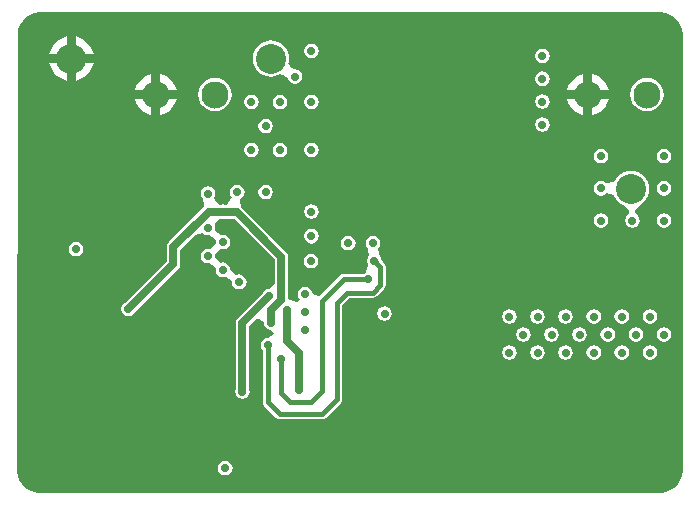
<source format=gbl>
G04*
G04 #@! TF.GenerationSoftware,Altium Limited,Altium Designer,21.2.2 (38)*
G04*
G04 Layer_Physical_Order=4*
G04 Layer_Color=16711680*
%FSLAX25Y25*%
%MOIN*%
G70*
G04*
G04 #@! TF.SameCoordinates,00FE7A0C-3AD2-496B-9420-9E862BC3E7C8*
G04*
G04*
G04 #@! TF.FilePolarity,Positive*
G04*
G01*
G75*
%ADD42C,0.02500*%
%ADD44C,0.01500*%
%ADD45C,0.10000*%
%ADD46C,0.09055*%
%ADD47C,0.02800*%
G36*
X572157Y489655D02*
X573606Y489055D01*
X574910Y488184D01*
X576019Y487075D01*
X576890Y485771D01*
X577490Y484322D01*
X577796Y482784D01*
Y482000D01*
X577796Y337643D01*
Y336859D01*
X577490Y335321D01*
X576890Y333872D01*
X576019Y332568D01*
X574910Y331460D01*
X573606Y330588D01*
X572157Y329988D01*
X570619Y329682D01*
X569835D01*
X382001Y329682D01*
X362916D01*
X361378Y329988D01*
X359929Y330588D01*
X358625Y331459D01*
X357516Y332568D01*
X356645Y333872D01*
X356045Y335321D01*
X355739Y336859D01*
Y337639D01*
X356039Y479996D01*
X356039Y479998D01*
X356039Y480000D01*
Y482000D01*
X356039Y482784D01*
X356345Y484322D01*
X356945Y485771D01*
X357816Y487075D01*
X358925Y488184D01*
X360229Y489055D01*
X361678Y489655D01*
X363216Y489961D01*
X364000Y489961D01*
X569835Y489961D01*
X570619D01*
X572157Y489655D01*
D02*
G37*
%LPC*%
G36*
X375500Y481882D02*
Y476000D01*
X381382D01*
X380963Y477384D01*
X380266Y478687D01*
X379329Y479829D01*
X378187Y480766D01*
X376884Y481463D01*
X375500Y481882D01*
D02*
G37*
G36*
X372500D02*
X371116Y481463D01*
X369813Y480766D01*
X368671Y479829D01*
X367734Y478687D01*
X367037Y477384D01*
X366617Y476000D01*
X372500D01*
Y481882D01*
D02*
G37*
G36*
X454000Y479447D02*
X453064Y479261D01*
X452270Y478730D01*
X451739Y477936D01*
X451553Y477000D01*
X451739Y476064D01*
X452270Y475270D01*
X453064Y474739D01*
X454000Y474553D01*
X454936Y474739D01*
X455730Y475270D01*
X456261Y476064D01*
X456447Y477000D01*
X456261Y477936D01*
X455730Y478730D01*
X454936Y479261D01*
X454000Y479447D01*
D02*
G37*
G36*
X531000Y477822D02*
X530064Y477636D01*
X529270Y477105D01*
X528739Y476311D01*
X528553Y475375D01*
X528739Y474439D01*
X529270Y473645D01*
X530064Y473114D01*
X531000Y472928D01*
X531936Y473114D01*
X532730Y473645D01*
X533261Y474439D01*
X533447Y475375D01*
X533261Y476311D01*
X532730Y477105D01*
X531936Y477636D01*
X531000Y477822D01*
D02*
G37*
G36*
X381382Y473000D02*
X375500D01*
Y467118D01*
X376884Y467537D01*
X378187Y468234D01*
X379329Y469171D01*
X380266Y470313D01*
X380963Y471616D01*
X381382Y473000D01*
D02*
G37*
G36*
X372500D02*
X366617D01*
X367037Y471616D01*
X367734Y470313D01*
X368671Y469171D01*
X369813Y468234D01*
X371116Y467537D01*
X372500Y467118D01*
Y473000D01*
D02*
G37*
G36*
X440500Y480529D02*
X439324Y480413D01*
X438193Y480070D01*
X437150Y479513D01*
X436237Y478763D01*
X435487Y477849D01*
X434930Y476807D01*
X434587Y475676D01*
X434471Y474500D01*
X434587Y473324D01*
X434930Y472193D01*
X435487Y471150D01*
X436237Y470237D01*
X437150Y469487D01*
X438193Y468930D01*
X439324Y468587D01*
X440500Y468471D01*
X441676Y468587D01*
X442807Y468930D01*
X443683Y469398D01*
X444683Y469038D01*
X446128Y468123D01*
X446239Y467564D01*
X446770Y466770D01*
X447564Y466239D01*
X448500Y466053D01*
X449436Y466239D01*
X450230Y466770D01*
X450761Y467564D01*
X450947Y468500D01*
X450761Y469436D01*
X450230Y470230D01*
X449436Y470761D01*
X448500Y470947D01*
X448208Y470889D01*
X447437Y471359D01*
X446778Y472037D01*
X446272Y472859D01*
X446413Y473324D01*
X446529Y474500D01*
X446413Y475676D01*
X446070Y476807D01*
X445513Y477849D01*
X444763Y478763D01*
X443850Y479513D01*
X442807Y480070D01*
X441676Y480413D01*
X440500Y480529D01*
D02*
G37*
G36*
X531000Y470197D02*
X530064Y470011D01*
X529270Y469480D01*
X528739Y468686D01*
X528553Y467750D01*
X528739Y466814D01*
X529270Y466020D01*
X530064Y465489D01*
X531000Y465303D01*
X531936Y465489D01*
X532730Y466020D01*
X533261Y466814D01*
X533447Y467750D01*
X533261Y468686D01*
X532730Y469480D01*
X531936Y470011D01*
X531000Y470197D01*
D02*
G37*
G36*
X547657Y469389D02*
Y464000D01*
X553046D01*
X552681Y465202D01*
X552029Y466423D01*
X551151Y467493D01*
X550081Y468371D01*
X548860Y469024D01*
X547657Y469389D01*
D02*
G37*
G36*
X403637D02*
Y464000D01*
X409026D01*
X408661Y465202D01*
X408009Y466423D01*
X407130Y467493D01*
X406060Y468371D01*
X404840Y469024D01*
X403637Y469389D01*
D02*
G37*
G36*
X544658D02*
X543455Y469024D01*
X542234Y468371D01*
X541164Y467493D01*
X540286Y466423D01*
X539633Y465202D01*
X539269Y464000D01*
X544658D01*
Y469389D01*
D02*
G37*
G36*
X400637D02*
X399435Y469024D01*
X398214Y468371D01*
X397144Y467493D01*
X396266Y466423D01*
X395613Y465202D01*
X395249Y464000D01*
X400637D01*
Y469389D01*
D02*
G37*
G36*
X531000Y462572D02*
X530064Y462386D01*
X529270Y461855D01*
X528739Y461061D01*
X528553Y460125D01*
X528739Y459189D01*
X529270Y458395D01*
X530064Y457864D01*
X531000Y457678D01*
X531936Y457864D01*
X532730Y458395D01*
X533261Y459189D01*
X533447Y460125D01*
X533261Y461061D01*
X532730Y461855D01*
X531936Y462386D01*
X531000Y462572D01*
D02*
G37*
G36*
X454000Y462447D02*
X453064Y462261D01*
X452270Y461730D01*
X451739Y460936D01*
X451553Y460000D01*
X451739Y459064D01*
X452270Y458270D01*
X453064Y457739D01*
X454000Y457553D01*
X454936Y457739D01*
X455730Y458270D01*
X456261Y459064D01*
X456447Y460000D01*
X456261Y460936D01*
X455730Y461730D01*
X454936Y462261D01*
X454000Y462447D01*
D02*
G37*
G36*
X443500D02*
X442564Y462261D01*
X441770Y461730D01*
X441239Y460936D01*
X441053Y460000D01*
X441239Y459064D01*
X441770Y458270D01*
X442564Y457739D01*
X443500Y457553D01*
X444436Y457739D01*
X445230Y458270D01*
X445761Y459064D01*
X445947Y460000D01*
X445761Y460936D01*
X445230Y461730D01*
X444436Y462261D01*
X443500Y462447D01*
D02*
G37*
G36*
X434000D02*
X433064Y462261D01*
X432270Y461730D01*
X431739Y460936D01*
X431553Y460000D01*
X431739Y459064D01*
X432270Y458270D01*
X433064Y457739D01*
X434000Y457553D01*
X434936Y457739D01*
X435730Y458270D01*
X436261Y459064D01*
X436447Y460000D01*
X436261Y460936D01*
X435730Y461730D01*
X434936Y462261D01*
X434000Y462447D01*
D02*
G37*
G36*
X565842Y468075D02*
X564399Y467885D01*
X563055Y467328D01*
X561900Y466442D01*
X561014Y465288D01*
X560457Y463943D01*
X560267Y462500D01*
X560457Y461057D01*
X561014Y459712D01*
X561900Y458558D01*
X563055Y457672D01*
X564399Y457115D01*
X565842Y456925D01*
X567285Y457115D01*
X568630Y457672D01*
X569785Y458558D01*
X570671Y459712D01*
X571228Y461057D01*
X571418Y462500D01*
X571228Y463943D01*
X570671Y465288D01*
X569785Y466442D01*
X568630Y467328D01*
X567285Y467885D01*
X565842Y468075D01*
D02*
G37*
G36*
X421822D02*
X420379Y467885D01*
X419035Y467328D01*
X417880Y466442D01*
X416994Y465288D01*
X416437Y463943D01*
X416247Y462500D01*
X416437Y461057D01*
X416994Y459712D01*
X417880Y458558D01*
X419035Y457672D01*
X420379Y457115D01*
X421822Y456925D01*
X423265Y457115D01*
X424610Y457672D01*
X425765Y458558D01*
X426651Y459712D01*
X427208Y461057D01*
X427397Y462500D01*
X427208Y463943D01*
X426651Y465288D01*
X425765Y466442D01*
X424610Y467328D01*
X423265Y467885D01*
X421822Y468075D01*
D02*
G37*
G36*
X553046Y461000D02*
X547657D01*
Y455611D01*
X548860Y455976D01*
X550081Y456629D01*
X551151Y457507D01*
X552029Y458577D01*
X552681Y459798D01*
X553046Y461000D01*
D02*
G37*
G36*
X409026D02*
X403637D01*
Y455611D01*
X404840Y455976D01*
X406060Y456629D01*
X407130Y457507D01*
X408009Y458577D01*
X408661Y459798D01*
X409026Y461000D01*
D02*
G37*
G36*
X544658D02*
X539269D01*
X539633Y459798D01*
X540286Y458577D01*
X541164Y457507D01*
X542234Y456629D01*
X543455Y455976D01*
X544658Y455611D01*
Y461000D01*
D02*
G37*
G36*
X400637D02*
X395249D01*
X395613Y459798D01*
X396266Y458577D01*
X397144Y457507D01*
X398214Y456629D01*
X399435Y455976D01*
X400637Y455611D01*
Y461000D01*
D02*
G37*
G36*
X531000Y454947D02*
X530064Y454761D01*
X529270Y454230D01*
X528739Y453436D01*
X528553Y452500D01*
X528739Y451564D01*
X529270Y450770D01*
X530064Y450239D01*
X531000Y450053D01*
X531936Y450239D01*
X532730Y450770D01*
X533261Y451564D01*
X533447Y452500D01*
X533261Y453436D01*
X532730Y454230D01*
X531936Y454761D01*
X531000Y454947D01*
D02*
G37*
G36*
X438750Y454447D02*
X437814Y454261D01*
X437020Y453730D01*
X436489Y452936D01*
X436303Y452000D01*
X436489Y451064D01*
X437020Y450270D01*
X437814Y449739D01*
X438750Y449553D01*
X439686Y449739D01*
X440480Y450270D01*
X441011Y451064D01*
X441197Y452000D01*
X441011Y452936D01*
X440480Y453730D01*
X439686Y454261D01*
X438750Y454447D01*
D02*
G37*
G36*
X454000Y446447D02*
X453064Y446261D01*
X452270Y445730D01*
X451739Y444936D01*
X451553Y444000D01*
X451739Y443064D01*
X452270Y442270D01*
X453064Y441739D01*
X454000Y441553D01*
X454936Y441739D01*
X455730Y442270D01*
X456261Y443064D01*
X456447Y444000D01*
X456261Y444936D01*
X455730Y445730D01*
X454936Y446261D01*
X454000Y446447D01*
D02*
G37*
G36*
X443500D02*
X442564Y446261D01*
X441770Y445730D01*
X441239Y444936D01*
X441053Y444000D01*
X441239Y443064D01*
X441770Y442270D01*
X442564Y441739D01*
X443500Y441553D01*
X444436Y441739D01*
X445230Y442270D01*
X445761Y443064D01*
X445947Y444000D01*
X445761Y444936D01*
X445230Y445730D01*
X444436Y446261D01*
X443500Y446447D01*
D02*
G37*
G36*
X434000D02*
X433064Y446261D01*
X432270Y445730D01*
X431739Y444936D01*
X431553Y444000D01*
X431739Y443064D01*
X432270Y442270D01*
X433064Y441739D01*
X434000Y441553D01*
X434936Y441739D01*
X435730Y442270D01*
X436261Y443064D01*
X436447Y444000D01*
X436261Y444936D01*
X435730Y445730D01*
X434936Y446261D01*
X434000Y446447D01*
D02*
G37*
G36*
X571500Y444447D02*
X570564Y444261D01*
X569770Y443730D01*
X569239Y442936D01*
X569053Y442000D01*
X569239Y441064D01*
X569770Y440270D01*
X570564Y439739D01*
X571500Y439553D01*
X572436Y439739D01*
X573230Y440270D01*
X573761Y441064D01*
X573947Y442000D01*
X573761Y442936D01*
X573230Y443730D01*
X572436Y444261D01*
X571500Y444447D01*
D02*
G37*
G36*
X550500D02*
X549564Y444261D01*
X548770Y443730D01*
X548239Y442936D01*
X548053Y442000D01*
X548239Y441064D01*
X548770Y440270D01*
X549564Y439739D01*
X550500Y439553D01*
X551436Y439739D01*
X552230Y440270D01*
X552761Y441064D01*
X552947Y442000D01*
X552761Y442936D01*
X552230Y443730D01*
X551436Y444261D01*
X550500Y444447D01*
D02*
G37*
G36*
X560500Y437029D02*
X559324Y436913D01*
X558193Y436570D01*
X557151Y436013D01*
X556237Y435263D01*
X555487Y434349D01*
X554930Y433307D01*
X554908Y433233D01*
X552230Y432980D01*
X551436Y433511D01*
X550500Y433697D01*
X549564Y433511D01*
X548770Y432980D01*
X548239Y432186D01*
X548053Y431250D01*
X548239Y430314D01*
X548770Y429520D01*
X549564Y428989D01*
X550500Y428803D01*
X551436Y428989D01*
X552230Y429520D01*
X552263Y429524D01*
X554847Y428965D01*
X554930Y428693D01*
X555487Y427650D01*
X556237Y426737D01*
X557151Y425987D01*
X557913Y425579D01*
X559723Y423914D01*
X559726Y422535D01*
X559270Y422230D01*
X558739Y421436D01*
X558553Y420500D01*
X558739Y419564D01*
X559270Y418770D01*
X560064Y418239D01*
X561000Y418053D01*
X561936Y418239D01*
X562730Y418770D01*
X563261Y419564D01*
X563447Y420500D01*
X563261Y421436D01*
X562730Y422230D01*
X562226Y422567D01*
X562064Y422675D01*
X561984Y423174D01*
X562103Y424208D01*
X562103D01*
X562103Y424208D01*
X563847Y425986D01*
X563849Y425987D01*
X564763Y426737D01*
X565513Y427650D01*
X566070Y428693D01*
X566413Y429824D01*
X566529Y431000D01*
X566413Y432176D01*
X566070Y433307D01*
X565513Y434349D01*
X564763Y435263D01*
X563849Y436013D01*
X562807Y436570D01*
X561676Y436913D01*
X560500Y437029D01*
D02*
G37*
G36*
X571500Y433697D02*
X570564Y433511D01*
X569770Y432980D01*
X569239Y432186D01*
X569053Y431250D01*
X569239Y430314D01*
X569770Y429520D01*
X570564Y428989D01*
X571500Y428803D01*
X572436Y428989D01*
X573230Y429520D01*
X573761Y430314D01*
X573947Y431250D01*
X573761Y432186D01*
X573230Y432980D01*
X572436Y433511D01*
X571500Y433697D01*
D02*
G37*
G36*
X438750Y432447D02*
X437814Y432261D01*
X437020Y431730D01*
X436489Y430936D01*
X436303Y430000D01*
X436489Y429064D01*
X437020Y428270D01*
X437814Y427739D01*
X438750Y427553D01*
X439686Y427739D01*
X440480Y428270D01*
X441011Y429064D01*
X441197Y430000D01*
X441011Y430936D01*
X440480Y431730D01*
X439686Y432261D01*
X438750Y432447D01*
D02*
G37*
G36*
X429250D02*
X428314Y432261D01*
X427520Y431730D01*
X426989Y430936D01*
X426803Y430000D01*
X426989Y429064D01*
X427520Y428270D01*
X426077Y426272D01*
X425436Y425761D01*
X424500Y425947D01*
X423564Y425761D01*
X421827Y427349D01*
X421542Y428237D01*
X421761Y428564D01*
X421947Y429500D01*
X421761Y430436D01*
X421230Y431230D01*
X420436Y431761D01*
X419500Y431947D01*
X418564Y431761D01*
X417770Y431230D01*
X417239Y430436D01*
X417053Y429500D01*
X417239Y428564D01*
X417770Y427770D01*
X417860Y427709D01*
X418085Y425719D01*
X418080Y425339D01*
X417959Y424865D01*
X406378Y413284D01*
X405880Y412540D01*
X405706Y411662D01*
Y406950D01*
X391921Y393166D01*
X391270Y392730D01*
X390739Y391936D01*
X390553Y391000D01*
X390739Y390064D01*
X391270Y389270D01*
X392064Y388739D01*
X393000Y388553D01*
X393936Y388739D01*
X394730Y389270D01*
X395166Y389921D01*
X409622Y404378D01*
X410119Y405122D01*
X410294Y406000D01*
Y410712D01*
X415199Y415617D01*
X417770Y416270D01*
X418564Y415739D01*
X419500Y415553D01*
X420160Y415684D01*
X421017Y415113D01*
X422157Y413882D01*
X422053Y413360D01*
X422157Y412839D01*
X421017Y411608D01*
X420160Y411036D01*
X419500Y411168D01*
X418564Y410981D01*
X417770Y410451D01*
X417239Y409657D01*
X417053Y408721D01*
X417239Y407784D01*
X417770Y406990D01*
X418564Y406460D01*
X419500Y406274D01*
X420160Y406405D01*
X421017Y405833D01*
X422157Y404603D01*
X422053Y404081D01*
X422239Y403145D01*
X422770Y402351D01*
X423564Y401820D01*
X424500Y401634D01*
X425436Y401820D01*
X427493Y400188D01*
X427472Y400081D01*
X427658Y399145D01*
X428189Y398351D01*
X428983Y397820D01*
X429919Y397634D01*
X430856Y397820D01*
X431649Y398351D01*
X432180Y399145D01*
X432366Y400081D01*
X432180Y401017D01*
X431649Y401811D01*
X430856Y402342D01*
X429919Y402528D01*
X428983Y402342D01*
X426926Y403974D01*
X426947Y404081D01*
X426761Y405017D01*
X426230Y405811D01*
X425436Y406342D01*
X424500Y406528D01*
X423840Y406397D01*
X422983Y406968D01*
X421843Y408199D01*
X421947Y408721D01*
X421843Y409242D01*
X422983Y410473D01*
X423840Y411045D01*
X424500Y410913D01*
X425436Y411100D01*
X426230Y411630D01*
X426761Y412424D01*
X426947Y413360D01*
X426761Y414297D01*
X426230Y415091D01*
X425436Y415621D01*
X424500Y415807D01*
X423840Y415676D01*
X422983Y416248D01*
X421843Y417478D01*
X421947Y418000D01*
X421818Y418648D01*
X421979Y419257D01*
X423265Y421148D01*
X424020D01*
X424500Y421053D01*
X424980Y421148D01*
X428107D01*
X441706Y407550D01*
Y399796D01*
X439907Y397780D01*
X438971Y397594D01*
X438177Y397064D01*
X437742Y396412D01*
X429378Y388048D01*
X428881Y387304D01*
X428706Y386426D01*
Y364269D01*
X428553Y363500D01*
X428739Y362564D01*
X429270Y361770D01*
X430064Y361239D01*
X431000Y361053D01*
X431936Y361239D01*
X432730Y361770D01*
X433261Y362564D01*
X433447Y363500D01*
X433294Y364269D01*
Y385476D01*
X435947Y388129D01*
X438123Y386769D01*
X438067Y386486D01*
X438253Y385550D01*
X438784Y384756D01*
X439577Y384225D01*
X440514Y384039D01*
X441496Y382636D01*
X439598Y381461D01*
X438661Y381275D01*
X437867Y380744D01*
X437337Y379950D01*
X437151Y379014D01*
X437337Y378077D01*
X437801Y377383D01*
X437814Y377241D01*
Y359902D01*
X437949Y359219D01*
X438336Y358641D01*
X442238Y354738D01*
X442238Y354738D01*
X442817Y354351D01*
X443500Y354216D01*
X443500Y354216D01*
X457500D01*
X458183Y354351D01*
X458762Y354738D01*
X463762Y359738D01*
X463762Y359738D01*
X464149Y360317D01*
X464284Y361000D01*
X464284Y361000D01*
Y392261D01*
X466739Y394716D01*
X474500D01*
X475183Y394851D01*
X475762Y395238D01*
X478262Y397738D01*
X478262Y397738D01*
X478649Y398317D01*
X478784Y399000D01*
Y405000D01*
X478784Y405000D01*
X478649Y405683D01*
X478262Y406262D01*
X478262Y406262D01*
X477987Y406537D01*
X477299Y407745D01*
X477261Y407936D01*
X476783Y408652D01*
X476590Y409555D01*
X476342Y411008D01*
X476495Y411665D01*
X476761Y412064D01*
X476947Y413000D01*
X476761Y413936D01*
X476230Y414730D01*
X475436Y415261D01*
X474500Y415447D01*
X473564Y415261D01*
X472770Y414730D01*
X472239Y413936D01*
X472053Y413000D01*
X472053Y413000D01*
X472239Y412064D01*
X472717Y411348D01*
X472910Y410445D01*
X473158Y408992D01*
X473005Y408334D01*
X472739Y407936D01*
X472553Y407000D01*
X472739Y406064D01*
X472901Y405822D01*
X472147Y403399D01*
X472064Y403261D01*
X471369Y402797D01*
X471228Y402784D01*
X464873D01*
X464190Y402648D01*
X463611Y402262D01*
X456753Y395404D01*
X455061Y395819D01*
X454250Y396365D01*
X454137Y396936D01*
X453606Y397730D01*
X452812Y398261D01*
X451876Y398447D01*
X450939Y398261D01*
X450145Y397730D01*
X449615Y396936D01*
X449429Y396000D01*
X449615Y395064D01*
X450035Y394436D01*
X450086Y394313D01*
X449960Y394025D01*
X449194Y393432D01*
X446804Y393900D01*
X446294Y394318D01*
Y408500D01*
X446119Y409378D01*
X445622Y410122D01*
X430680Y425065D01*
X430422Y425237D01*
X430276Y426790D01*
X430289Y427036D01*
X430510Y427956D01*
X430980Y428270D01*
X431511Y429064D01*
X431697Y430000D01*
X431511Y430936D01*
X430980Y431730D01*
X430186Y432261D01*
X429250Y432447D01*
D02*
G37*
G36*
X454000Y425947D02*
X453064Y425761D01*
X452270Y425230D01*
X451739Y424436D01*
X451553Y423500D01*
X451739Y422564D01*
X452270Y421770D01*
X453064Y421239D01*
X454000Y421053D01*
X454936Y421239D01*
X455730Y421770D01*
X456261Y422564D01*
X456447Y423500D01*
X456261Y424436D01*
X455730Y425230D01*
X454936Y425761D01*
X454000Y425947D01*
D02*
G37*
G36*
X571500Y422947D02*
X570564Y422761D01*
X569770Y422230D01*
X569239Y421436D01*
X569053Y420500D01*
X569239Y419564D01*
X569770Y418770D01*
X570564Y418239D01*
X571500Y418053D01*
X572436Y418239D01*
X573230Y418770D01*
X573761Y419564D01*
X573947Y420500D01*
X573761Y421436D01*
X573230Y422230D01*
X572436Y422761D01*
X571500Y422947D01*
D02*
G37*
G36*
X550500D02*
X549564Y422761D01*
X548770Y422230D01*
X548239Y421436D01*
X548053Y420500D01*
X548239Y419564D01*
X548770Y418770D01*
X549564Y418239D01*
X550500Y418053D01*
X551436Y418239D01*
X552230Y418770D01*
X552761Y419564D01*
X552947Y420500D01*
X552761Y421436D01*
X552230Y422230D01*
X551436Y422761D01*
X550500Y422947D01*
D02*
G37*
G36*
X454000Y417697D02*
X453064Y417511D01*
X452270Y416980D01*
X451739Y416186D01*
X451553Y415250D01*
X451739Y414314D01*
X452270Y413520D01*
X453064Y412989D01*
X454000Y412803D01*
X454936Y412989D01*
X455730Y413520D01*
X456261Y414314D01*
X456447Y415250D01*
X456261Y416186D01*
X455730Y416980D01*
X454936Y417511D01*
X454000Y417697D01*
D02*
G37*
G36*
X466250Y415447D02*
X465314Y415261D01*
X464520Y414730D01*
X463989Y413936D01*
X463803Y413000D01*
X463989Y412064D01*
X464520Y411270D01*
X465314Y410739D01*
X466250Y410553D01*
X467186Y410739D01*
X467980Y411270D01*
X468511Y412064D01*
X468697Y413000D01*
X468511Y413936D01*
X467980Y414730D01*
X467186Y415261D01*
X466250Y415447D01*
D02*
G37*
G36*
X375500Y413447D02*
X374564Y413261D01*
X373770Y412730D01*
X373239Y411936D01*
X373053Y411000D01*
X373239Y410064D01*
X373770Y409270D01*
X374564Y408739D01*
X375500Y408553D01*
X376436Y408739D01*
X377230Y409270D01*
X377761Y410064D01*
X377947Y411000D01*
X377761Y411936D01*
X377230Y412730D01*
X376436Y413261D01*
X375500Y413447D01*
D02*
G37*
G36*
X453876Y409447D02*
X452939Y409261D01*
X452145Y408730D01*
X451615Y407936D01*
X451429Y407000D01*
X451615Y406064D01*
X452145Y405270D01*
X452939Y404739D01*
X453876Y404553D01*
X454812Y404739D01*
X455606Y405270D01*
X456137Y406064D01*
X456323Y407000D01*
X456137Y407936D01*
X455606Y408730D01*
X454812Y409261D01*
X453876Y409447D01*
D02*
G37*
G36*
X478376Y391947D02*
X477439Y391761D01*
X476645Y391230D01*
X476115Y390436D01*
X475929Y389500D01*
X476115Y388564D01*
X476645Y387770D01*
X477439Y387239D01*
X478376Y387053D01*
X479312Y387239D01*
X480106Y387770D01*
X480637Y388564D01*
X480823Y389500D01*
X480637Y390436D01*
X480106Y391230D01*
X479312Y391761D01*
X478376Y391947D01*
D02*
G37*
G36*
X566818Y390947D02*
X565882Y390761D01*
X565088Y390230D01*
X564557Y389436D01*
X564371Y388500D01*
X564557Y387564D01*
X565088Y386770D01*
X565882Y386239D01*
X566818Y386053D01*
X567755Y386239D01*
X568548Y386770D01*
X569079Y387564D01*
X569265Y388500D01*
X569079Y389436D01*
X568548Y390230D01*
X567755Y390761D01*
X566818Y390947D01*
D02*
G37*
G36*
X557454D02*
X556518Y390761D01*
X555724Y390230D01*
X555194Y389436D01*
X555008Y388500D01*
X555194Y387564D01*
X555724Y386770D01*
X556518Y386239D01*
X557454Y386053D01*
X558391Y386239D01*
X559185Y386770D01*
X559715Y387564D01*
X559902Y388500D01*
X559715Y389436D01*
X559185Y390230D01*
X558391Y390761D01*
X557454Y390947D01*
D02*
G37*
G36*
X548091D02*
X547154Y390761D01*
X546361Y390230D01*
X545830Y389436D01*
X545644Y388500D01*
X545830Y387564D01*
X546361Y386770D01*
X547154Y386239D01*
X548091Y386053D01*
X549027Y386239D01*
X549821Y386770D01*
X550352Y387564D01*
X550538Y388500D01*
X550352Y389436D01*
X549821Y390230D01*
X549027Y390761D01*
X548091Y390947D01*
D02*
G37*
G36*
X538727D02*
X537791Y390761D01*
X536997Y390230D01*
X536467Y389436D01*
X536280Y388500D01*
X536467Y387564D01*
X536997Y386770D01*
X537791Y386239D01*
X538727Y386053D01*
X539664Y386239D01*
X540457Y386770D01*
X540988Y387564D01*
X541174Y388500D01*
X540988Y389436D01*
X540457Y390230D01*
X539664Y390761D01*
X538727Y390947D01*
D02*
G37*
G36*
X529364D02*
X528427Y390761D01*
X527633Y390230D01*
X527103Y389436D01*
X526917Y388500D01*
X527103Y387564D01*
X527633Y386770D01*
X528427Y386239D01*
X529364Y386053D01*
X530300Y386239D01*
X531094Y386770D01*
X531624Y387564D01*
X531811Y388500D01*
X531624Y389436D01*
X531094Y390230D01*
X530300Y390761D01*
X529364Y390947D01*
D02*
G37*
G36*
X520000D02*
X519064Y390761D01*
X518270Y390230D01*
X517739Y389436D01*
X517553Y388500D01*
X517739Y387564D01*
X518270Y386770D01*
X519064Y386239D01*
X520000Y386053D01*
X520936Y386239D01*
X521730Y386770D01*
X522261Y387564D01*
X522447Y388500D01*
X522261Y389436D01*
X521730Y390230D01*
X520936Y390761D01*
X520000Y390947D01*
D02*
G37*
G36*
X571500Y384947D02*
X570564Y384761D01*
X569770Y384230D01*
X569239Y383436D01*
X569053Y382500D01*
X569239Y381564D01*
X569770Y380770D01*
X570564Y380239D01*
X571500Y380053D01*
X572436Y380239D01*
X573230Y380770D01*
X573761Y381564D01*
X573947Y382500D01*
X573761Y383436D01*
X573230Y384230D01*
X572436Y384761D01*
X571500Y384947D01*
D02*
G37*
G36*
X562136D02*
X561200Y384761D01*
X560406Y384230D01*
X559875Y383436D01*
X559689Y382500D01*
X559875Y381564D01*
X560406Y380770D01*
X561200Y380239D01*
X562136Y380053D01*
X563073Y380239D01*
X563867Y380770D01*
X564397Y381564D01*
X564583Y382500D01*
X564397Y383436D01*
X563867Y384230D01*
X563073Y384761D01*
X562136Y384947D01*
D02*
G37*
G36*
X552773D02*
X551836Y384761D01*
X551042Y384230D01*
X550512Y383436D01*
X550326Y382500D01*
X550512Y381564D01*
X551042Y380770D01*
X551836Y380239D01*
X552773Y380053D01*
X553709Y380239D01*
X554503Y380770D01*
X555033Y381564D01*
X555220Y382500D01*
X555033Y383436D01*
X554503Y384230D01*
X553709Y384761D01*
X552773Y384947D01*
D02*
G37*
G36*
X543409D02*
X542473Y384761D01*
X541679Y384230D01*
X541148Y383436D01*
X540962Y382500D01*
X541148Y381564D01*
X541679Y380770D01*
X542473Y380239D01*
X543409Y380053D01*
X544346Y380239D01*
X545139Y380770D01*
X545670Y381564D01*
X545856Y382500D01*
X545670Y383436D01*
X545139Y384230D01*
X544346Y384761D01*
X543409Y384947D01*
D02*
G37*
G36*
X534045D02*
X533109Y384761D01*
X532315Y384230D01*
X531785Y383436D01*
X531598Y382500D01*
X531785Y381564D01*
X532315Y380770D01*
X533109Y380239D01*
X534045Y380053D01*
X534982Y380239D01*
X535776Y380770D01*
X536306Y381564D01*
X536492Y382500D01*
X536306Y383436D01*
X535776Y384230D01*
X534982Y384761D01*
X534045Y384947D01*
D02*
G37*
G36*
X524682D02*
X523745Y384761D01*
X522952Y384230D01*
X522421Y383436D01*
X522235Y382500D01*
X522421Y381564D01*
X522952Y380770D01*
X523745Y380239D01*
X524682Y380053D01*
X525618Y380239D01*
X526412Y380770D01*
X526943Y381564D01*
X527129Y382500D01*
X526943Y383436D01*
X526412Y384230D01*
X525618Y384761D01*
X524682Y384947D01*
D02*
G37*
G36*
X566818Y378947D02*
X565882Y378761D01*
X565088Y378230D01*
X564557Y377436D01*
X564371Y376500D01*
X564557Y375564D01*
X565088Y374770D01*
X565882Y374239D01*
X566818Y374053D01*
X567755Y374239D01*
X568548Y374770D01*
X569079Y375564D01*
X569265Y376500D01*
X569079Y377436D01*
X568548Y378230D01*
X567755Y378761D01*
X566818Y378947D01*
D02*
G37*
G36*
X557454D02*
X556518Y378761D01*
X555724Y378230D01*
X555194Y377436D01*
X555008Y376500D01*
X555194Y375564D01*
X555724Y374770D01*
X556518Y374239D01*
X557454Y374053D01*
X558391Y374239D01*
X559185Y374770D01*
X559715Y375564D01*
X559902Y376500D01*
X559715Y377436D01*
X559185Y378230D01*
X558391Y378761D01*
X557454Y378947D01*
D02*
G37*
G36*
X548091D02*
X547154Y378761D01*
X546361Y378230D01*
X545830Y377436D01*
X545644Y376500D01*
X545830Y375564D01*
X546361Y374770D01*
X547154Y374239D01*
X548091Y374053D01*
X549027Y374239D01*
X549821Y374770D01*
X550352Y375564D01*
X550538Y376500D01*
X550352Y377436D01*
X549821Y378230D01*
X549027Y378761D01*
X548091Y378947D01*
D02*
G37*
G36*
X538727D02*
X537791Y378761D01*
X536997Y378230D01*
X536467Y377436D01*
X536280Y376500D01*
X536467Y375564D01*
X536997Y374770D01*
X537791Y374239D01*
X538727Y374053D01*
X539664Y374239D01*
X540457Y374770D01*
X540988Y375564D01*
X541174Y376500D01*
X540988Y377436D01*
X540457Y378230D01*
X539664Y378761D01*
X538727Y378947D01*
D02*
G37*
G36*
X529364D02*
X528427Y378761D01*
X527633Y378230D01*
X527103Y377436D01*
X526917Y376500D01*
X527103Y375564D01*
X527633Y374770D01*
X528427Y374239D01*
X529364Y374053D01*
X530300Y374239D01*
X531094Y374770D01*
X531624Y375564D01*
X531811Y376500D01*
X531624Y377436D01*
X531094Y378230D01*
X530300Y378761D01*
X529364Y378947D01*
D02*
G37*
G36*
X520000D02*
X519064Y378761D01*
X518270Y378230D01*
X517739Y377436D01*
X517553Y376500D01*
X517739Y375564D01*
X518270Y374770D01*
X519064Y374239D01*
X520000Y374053D01*
X520936Y374239D01*
X521730Y374770D01*
X522261Y375564D01*
X522447Y376500D01*
X522261Y377436D01*
X521730Y378230D01*
X520936Y378761D01*
X520000Y378947D01*
D02*
G37*
G36*
X425248Y340447D02*
X424312Y340261D01*
X423518Y339730D01*
X422987Y338936D01*
X422801Y338000D01*
X422987Y337064D01*
X423518Y336270D01*
X424312Y335739D01*
X425248Y335553D01*
X426185Y335739D01*
X426978Y336270D01*
X427509Y337064D01*
X427695Y338000D01*
X427509Y338936D01*
X426978Y339730D01*
X426185Y340261D01*
X425248Y340447D01*
D02*
G37*
%LPD*%
G36*
X476405Y406919D02*
X476421Y406847D01*
X476449Y406771D01*
X476488Y406690D01*
X476538Y406604D01*
X476600Y406513D01*
X476673Y406417D01*
X476853Y406211D01*
X476960Y406101D01*
X475900Y405040D01*
X475789Y405147D01*
X475487Y405400D01*
X475396Y405462D01*
X475310Y405512D01*
X475229Y405551D01*
X475152Y405579D01*
X475081Y405595D01*
X475014Y405600D01*
X476400Y406986D01*
X476405Y406919D01*
D02*
G37*
G36*
X472000Y400020D02*
X471949Y400064D01*
X471887Y400103D01*
X471813Y400137D01*
X471728Y400167D01*
X471632Y400192D01*
X471524Y400213D01*
X471405Y400229D01*
X471132Y400248D01*
X470978Y400250D01*
Y401750D01*
X471132Y401752D01*
X471524Y401787D01*
X471632Y401807D01*
X471728Y401833D01*
X471813Y401863D01*
X471887Y401897D01*
X471949Y401936D01*
X472000Y401980D01*
Y400020D01*
D02*
G37*
G36*
X440534Y377963D02*
X440495Y377901D01*
X440460Y377827D01*
X440431Y377742D01*
X440405Y377646D01*
X440385Y377538D01*
X440369Y377418D01*
X440350Y377145D01*
X440348Y376992D01*
X438848D01*
X438845Y377145D01*
X438811Y377538D01*
X438790Y377646D01*
X438765Y377742D01*
X438735Y377827D01*
X438701Y377901D01*
X438661Y377963D01*
X438618Y378014D01*
X440578D01*
X440534Y377963D01*
D02*
G37*
G36*
X444936Y373449D02*
X444897Y373387D01*
X444863Y373313D01*
X444833Y373228D01*
X444807Y373132D01*
X444787Y373024D01*
X444771Y372905D01*
X444752Y372632D01*
X444750Y372478D01*
X443250D01*
X443248Y372632D01*
X443213Y373024D01*
X443192Y373132D01*
X443167Y373228D01*
X443137Y373313D01*
X443103Y373387D01*
X443064Y373449D01*
X443020Y373500D01*
X444980D01*
X444936Y373449D01*
D02*
G37*
D42*
X424443Y423443D02*
X424500Y423500D01*
X419781Y423443D02*
X424443D01*
X408000Y411662D02*
X419781Y423443D01*
X408000Y406000D02*
Y411662D01*
X429057Y423443D02*
X444000Y408500D01*
X424557Y423443D02*
X429057D01*
X424500Y423500D02*
X424557Y423443D01*
X440514Y386486D02*
X440557Y386530D01*
Y390557D01*
X446000Y380500D02*
Y390569D01*
Y380500D02*
X450000Y376500D01*
X393000Y391000D02*
X408000Y406000D01*
X450000Y364000D02*
Y376500D01*
X431000Y363500D02*
Y386426D01*
X439826Y395333D02*
X439907D01*
X431000Y386426D02*
X439907Y395333D01*
X444000Y394000D02*
Y408500D01*
X440557Y390557D02*
X444000Y394000D01*
D44*
X464873Y401000D02*
X473000D01*
X457582Y393709D02*
X464873Y401000D01*
X475000Y407000D02*
X477000Y405000D01*
Y399000D02*
Y405000D01*
X474500Y396500D02*
X477000Y399000D01*
X466000Y396500D02*
X474500D01*
X462500Y393000D02*
X466000Y396500D01*
X462500Y361000D02*
Y393000D01*
X457582Y363582D02*
Y393709D01*
X439598Y359902D02*
Y379014D01*
X454000Y360000D02*
X457582Y363582D01*
X447000Y360000D02*
X454000D01*
X444000Y363000D02*
Y374500D01*
Y363000D02*
X447000Y360000D01*
X457500Y356000D02*
X462500Y361000D01*
X443500Y356000D02*
X457500D01*
X439598Y359902D02*
X443500Y356000D01*
D45*
X374000Y474500D02*
D03*
X560500Y431000D02*
D03*
X440500Y474500D02*
D03*
D46*
X565842Y462500D02*
D03*
X546158D02*
D03*
X421822D02*
D03*
X402137D02*
D03*
D47*
X359500Y418639D02*
D03*
Y408917D02*
D03*
Y399194D02*
D03*
Y389472D02*
D03*
Y379750D02*
D03*
Y370028D02*
D03*
Y360306D02*
D03*
Y350583D02*
D03*
Y340861D02*
D03*
X431000Y349000D02*
D03*
X414400Y347800D02*
D03*
X411000Y401500D02*
D03*
X387248Y391000D02*
D03*
X383700Y363400D02*
D03*
X401859Y369141D02*
D03*
X422000D02*
D03*
X414400D02*
D03*
X390708Y428500D02*
D03*
X419500Y408721D02*
D03*
X376183Y345722D02*
D03*
X407000Y336000D02*
D03*
X454000Y415250D02*
D03*
X466250Y413000D02*
D03*
X474500D02*
D03*
X419500Y418000D02*
D03*
X440514Y386486D02*
D03*
X371167Y417500D02*
D03*
X366000Y423500D02*
D03*
X376333Y423500D02*
D03*
X424500Y404081D02*
D03*
X385917Y423500D02*
D03*
X395500D02*
D03*
X390708Y417500D02*
D03*
X381125D02*
D03*
X400250D02*
D03*
X497376Y421000D02*
D03*
Y427500D02*
D03*
Y449833D02*
D03*
Y443500D02*
D03*
X505376Y447000D02*
D03*
X508876Y456500D02*
D03*
Y471500D02*
D03*
Y479000D02*
D03*
Y464000D02*
D03*
X520376Y447000D02*
D03*
X512876D02*
D03*
X451876Y384000D02*
D03*
X478376Y389500D02*
D03*
X453876Y407000D02*
D03*
X451876Y396000D02*
D03*
Y390000D02*
D03*
X424500Y423500D02*
D03*
X373500Y370028D02*
D03*
X475000Y407000D02*
D03*
X376183Y336000D02*
D03*
X386367D02*
D03*
X396550D02*
D03*
X416917D02*
D03*
X365500Y469000D02*
D03*
X419500Y429500D02*
D03*
X373500Y379750D02*
D03*
X395500Y401500D02*
D03*
X494000Y413000D02*
D03*
X484500D02*
D03*
X497500Y478500D02*
D03*
X400250Y406500D02*
D03*
X439598Y379014D02*
D03*
X473000Y401000D02*
D03*
X439907Y395333D02*
D03*
X446000Y390569D02*
D03*
X429919Y400081D02*
D03*
X375500Y401500D02*
D03*
Y411000D02*
D03*
X531000Y460125D02*
D03*
Y467750D02*
D03*
Y475375D02*
D03*
Y452500D02*
D03*
X550500Y431250D02*
D03*
X571500Y442000D02*
D03*
X550500D02*
D03*
X571500Y431250D02*
D03*
X561000Y420500D02*
D03*
X571500D02*
D03*
X550500D02*
D03*
X520000Y376500D02*
D03*
X566818D02*
D03*
X557454D02*
D03*
X548091D02*
D03*
X538727D02*
D03*
X529364D02*
D03*
X571500Y382500D02*
D03*
X524682D02*
D03*
X529364Y388500D02*
D03*
X534045Y382500D02*
D03*
X538727Y388500D02*
D03*
X543409Y382500D02*
D03*
X548091Y388500D02*
D03*
X552773Y382500D02*
D03*
X557454Y388500D02*
D03*
X562136Y382500D02*
D03*
X566818Y388500D02*
D03*
X520000D02*
D03*
X497500Y485500D02*
D03*
Y456167D02*
D03*
Y462500D02*
D03*
X508000Y431000D02*
D03*
X513000Y423500D02*
D03*
Y438500D02*
D03*
X454000Y477000D02*
D03*
X448500Y468500D02*
D03*
X434000Y460000D02*
D03*
X443500D02*
D03*
X454000D02*
D03*
X438750Y452000D02*
D03*
X454000Y444000D02*
D03*
X443500D02*
D03*
X434000D02*
D03*
X361500Y475500D02*
D03*
X388000D02*
D03*
X383500Y469000D02*
D03*
X388000Y462000D02*
D03*
X379000D02*
D03*
X370000D02*
D03*
X361000D02*
D03*
X383500Y455250D02*
D03*
X374500D02*
D03*
X365500D02*
D03*
X361000Y448500D02*
D03*
X370000D02*
D03*
X379000D02*
D03*
X388000D02*
D03*
X438750Y430000D02*
D03*
X429250D02*
D03*
X400250Y428500D02*
D03*
X454000Y423500D02*
D03*
X414400Y356500D02*
D03*
X424500Y413360D02*
D03*
X366000Y413778D02*
D03*
Y404056D02*
D03*
Y394333D02*
D03*
Y384611D02*
D03*
Y374889D02*
D03*
Y365167D02*
D03*
Y355444D02*
D03*
Y345722D02*
D03*
Y336000D02*
D03*
X425248Y338000D02*
D03*
X395500Y411500D02*
D03*
X422000Y379000D02*
D03*
X415000D02*
D03*
X418500Y384500D02*
D03*
X422000Y390000D02*
D03*
X415000D02*
D03*
X393000Y391000D02*
D03*
X431000Y363500D02*
D03*
X450000Y364000D02*
D03*
X444000Y374500D02*
D03*
M02*

</source>
